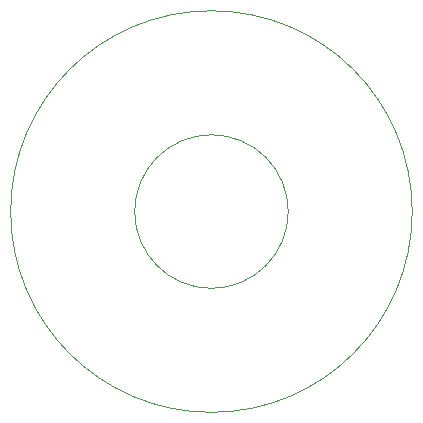
<source format=gbr>
%TF.GenerationSoftware,KiCad,Pcbnew,8.0.0*%
%TF.CreationDate,2024-05-16T17:25:02+03:00*%
%TF.ProjectId,pressure_sensor_logic,70726573-7375-4726-955f-73656e736f72,rev?*%
%TF.SameCoordinates,Original*%
%TF.FileFunction,Profile,NP*%
%FSLAX46Y46*%
G04 Gerber Fmt 4.6, Leading zero omitted, Abs format (unit mm)*
G04 Created by KiCad (PCBNEW 8.0.0) date 2024-05-16 17:25:02*
%MOMM*%
%LPD*%
G01*
G04 APERTURE LIST*
%TA.AperFunction,Profile*%
%ADD10C,0.100000*%
%TD*%
G04 APERTURE END LIST*
D10*
X176300000Y-80100000D02*
G75*
G02*
X163300000Y-80100000I-6500000J0D01*
G01*
X163300000Y-80100000D02*
G75*
G02*
X176300000Y-80100000I6500000J0D01*
G01*
X186800000Y-80100000D02*
G75*
G02*
X152800000Y-80100000I-17000000J0D01*
G01*
X152800000Y-80100000D02*
G75*
G02*
X186800000Y-80100000I17000000J0D01*
G01*
M02*

</source>
